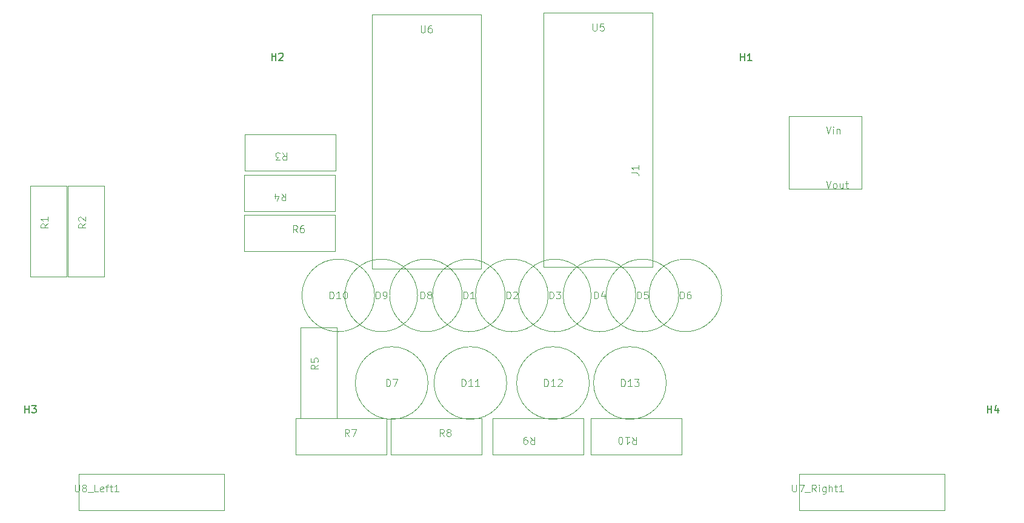
<source format=gbr>
%TF.GenerationSoftware,KiCad,Pcbnew,8.0.1*%
%TF.CreationDate,2024-04-15T10:29:33-04:00*%
%TF.ProjectId,Baja Dashboard Schematic Part 2,42616a61-2044-4617-9368-626f61726420,rev?*%
%TF.SameCoordinates,Original*%
%TF.FileFunction,Legend,Top*%
%TF.FilePolarity,Positive*%
%FSLAX46Y46*%
G04 Gerber Fmt 4.6, Leading zero omitted, Abs format (unit mm)*
G04 Created by KiCad (PCBNEW 8.0.1) date 2024-04-15 10:29:33*
%MOMM*%
%LPD*%
G01*
G04 APERTURE LIST*
%ADD10C,0.100000*%
%ADD11C,0.150000*%
G04 APERTURE END LIST*
D10*
X162781905Y-111957419D02*
X162781905Y-110957419D01*
X162781905Y-110957419D02*
X163020000Y-110957419D01*
X163020000Y-110957419D02*
X163162857Y-111005038D01*
X163162857Y-111005038D02*
X163258095Y-111100276D01*
X163258095Y-111100276D02*
X163305714Y-111195514D01*
X163305714Y-111195514D02*
X163353333Y-111385990D01*
X163353333Y-111385990D02*
X163353333Y-111528847D01*
X163353333Y-111528847D02*
X163305714Y-111719323D01*
X163305714Y-111719323D02*
X163258095Y-111814561D01*
X163258095Y-111814561D02*
X163162857Y-111909800D01*
X163162857Y-111909800D02*
X163020000Y-111957419D01*
X163020000Y-111957419D02*
X162781905Y-111957419D01*
X164210476Y-111290752D02*
X164210476Y-111957419D01*
X163972381Y-110909800D02*
X163734286Y-111624085D01*
X163734286Y-111624085D02*
X164353333Y-111624085D01*
X150531905Y-111957419D02*
X150531905Y-110957419D01*
X150531905Y-110957419D02*
X150770000Y-110957419D01*
X150770000Y-110957419D02*
X150912857Y-111005038D01*
X150912857Y-111005038D02*
X151008095Y-111100276D01*
X151008095Y-111100276D02*
X151055714Y-111195514D01*
X151055714Y-111195514D02*
X151103333Y-111385990D01*
X151103333Y-111385990D02*
X151103333Y-111528847D01*
X151103333Y-111528847D02*
X151055714Y-111719323D01*
X151055714Y-111719323D02*
X151008095Y-111814561D01*
X151008095Y-111814561D02*
X150912857Y-111909800D01*
X150912857Y-111909800D02*
X150770000Y-111957419D01*
X150770000Y-111957419D02*
X150531905Y-111957419D01*
X151484286Y-111052657D02*
X151531905Y-111005038D01*
X151531905Y-111005038D02*
X151627143Y-110957419D01*
X151627143Y-110957419D02*
X151865238Y-110957419D01*
X151865238Y-110957419D02*
X151960476Y-111005038D01*
X151960476Y-111005038D02*
X152008095Y-111052657D01*
X152008095Y-111052657D02*
X152055714Y-111147895D01*
X152055714Y-111147895D02*
X152055714Y-111243133D01*
X152055714Y-111243133D02*
X152008095Y-111385990D01*
X152008095Y-111385990D02*
X151436667Y-111957419D01*
X151436667Y-111957419D02*
X152055714Y-111957419D01*
X168062857Y-131292580D02*
X168396190Y-131768771D01*
X168634285Y-131292580D02*
X168634285Y-132292580D01*
X168634285Y-132292580D02*
X168253333Y-132292580D01*
X168253333Y-132292580D02*
X168158095Y-132244961D01*
X168158095Y-132244961D02*
X168110476Y-132197342D01*
X168110476Y-132197342D02*
X168062857Y-132102104D01*
X168062857Y-132102104D02*
X168062857Y-131959247D01*
X168062857Y-131959247D02*
X168110476Y-131864009D01*
X168110476Y-131864009D02*
X168158095Y-131816390D01*
X168158095Y-131816390D02*
X168253333Y-131768771D01*
X168253333Y-131768771D02*
X168634285Y-131768771D01*
X167110476Y-131292580D02*
X167681904Y-131292580D01*
X167396190Y-131292580D02*
X167396190Y-132292580D01*
X167396190Y-132292580D02*
X167491428Y-132149723D01*
X167491428Y-132149723D02*
X167586666Y-132054485D01*
X167586666Y-132054485D02*
X167681904Y-132006866D01*
X166491428Y-132292580D02*
X166396190Y-132292580D01*
X166396190Y-132292580D02*
X166300952Y-132244961D01*
X166300952Y-132244961D02*
X166253333Y-132197342D01*
X166253333Y-132197342D02*
X166205714Y-132102104D01*
X166205714Y-132102104D02*
X166158095Y-131911628D01*
X166158095Y-131911628D02*
X166158095Y-131673533D01*
X166158095Y-131673533D02*
X166205714Y-131483057D01*
X166205714Y-131483057D02*
X166253333Y-131387819D01*
X166253333Y-131387819D02*
X166300952Y-131340200D01*
X166300952Y-131340200D02*
X166396190Y-131292580D01*
X166396190Y-131292580D02*
X166491428Y-131292580D01*
X166491428Y-131292580D02*
X166586666Y-131340200D01*
X166586666Y-131340200D02*
X166634285Y-131387819D01*
X166634285Y-131387819D02*
X166681904Y-131483057D01*
X166681904Y-131483057D02*
X166729523Y-131673533D01*
X166729523Y-131673533D02*
X166729523Y-131911628D01*
X166729523Y-131911628D02*
X166681904Y-132102104D01*
X166681904Y-132102104D02*
X166634285Y-132197342D01*
X166634285Y-132197342D02*
X166586666Y-132244961D01*
X166586666Y-132244961D02*
X166491428Y-132292580D01*
X195201027Y-87872419D02*
X195534360Y-88872419D01*
X195534360Y-88872419D02*
X195867693Y-87872419D01*
X196201027Y-88872419D02*
X196201027Y-88205752D01*
X196201027Y-87872419D02*
X196153408Y-87920038D01*
X196153408Y-87920038D02*
X196201027Y-87967657D01*
X196201027Y-87967657D02*
X196248646Y-87920038D01*
X196248646Y-87920038D02*
X196201027Y-87872419D01*
X196201027Y-87872419D02*
X196201027Y-87967657D01*
X196677217Y-88205752D02*
X196677217Y-88872419D01*
X196677217Y-88300990D02*
X196724836Y-88253371D01*
X196724836Y-88253371D02*
X196820074Y-88205752D01*
X196820074Y-88205752D02*
X196962931Y-88205752D01*
X196962931Y-88205752D02*
X197058169Y-88253371D01*
X197058169Y-88253371D02*
X197105788Y-88348609D01*
X197105788Y-88348609D02*
X197105788Y-88872419D01*
X195201027Y-95492419D02*
X195534360Y-96492419D01*
X195534360Y-96492419D02*
X195867693Y-95492419D01*
X196343884Y-96492419D02*
X196248646Y-96444800D01*
X196248646Y-96444800D02*
X196201027Y-96397180D01*
X196201027Y-96397180D02*
X196153408Y-96301942D01*
X196153408Y-96301942D02*
X196153408Y-96016228D01*
X196153408Y-96016228D02*
X196201027Y-95920990D01*
X196201027Y-95920990D02*
X196248646Y-95873371D01*
X196248646Y-95873371D02*
X196343884Y-95825752D01*
X196343884Y-95825752D02*
X196486741Y-95825752D01*
X196486741Y-95825752D02*
X196581979Y-95873371D01*
X196581979Y-95873371D02*
X196629598Y-95920990D01*
X196629598Y-95920990D02*
X196677217Y-96016228D01*
X196677217Y-96016228D02*
X196677217Y-96301942D01*
X196677217Y-96301942D02*
X196629598Y-96397180D01*
X196629598Y-96397180D02*
X196581979Y-96444800D01*
X196581979Y-96444800D02*
X196486741Y-96492419D01*
X196486741Y-96492419D02*
X196343884Y-96492419D01*
X197534360Y-95825752D02*
X197534360Y-96492419D01*
X197105789Y-95825752D02*
X197105789Y-96349561D01*
X197105789Y-96349561D02*
X197153408Y-96444800D01*
X197153408Y-96444800D02*
X197248646Y-96492419D01*
X197248646Y-96492419D02*
X197391503Y-96492419D01*
X197391503Y-96492419D02*
X197486741Y-96444800D01*
X197486741Y-96444800D02*
X197534360Y-96397180D01*
X197867694Y-95825752D02*
X198248646Y-95825752D01*
X198010551Y-95492419D02*
X198010551Y-96349561D01*
X198010551Y-96349561D02*
X198058170Y-96444800D01*
X198058170Y-96444800D02*
X198153408Y-96492419D01*
X198153408Y-96492419D02*
X198248646Y-96492419D01*
X144531905Y-111957419D02*
X144531905Y-110957419D01*
X144531905Y-110957419D02*
X144770000Y-110957419D01*
X144770000Y-110957419D02*
X144912857Y-111005038D01*
X144912857Y-111005038D02*
X145008095Y-111100276D01*
X145008095Y-111100276D02*
X145055714Y-111195514D01*
X145055714Y-111195514D02*
X145103333Y-111385990D01*
X145103333Y-111385990D02*
X145103333Y-111528847D01*
X145103333Y-111528847D02*
X145055714Y-111719323D01*
X145055714Y-111719323D02*
X145008095Y-111814561D01*
X145008095Y-111814561D02*
X144912857Y-111909800D01*
X144912857Y-111909800D02*
X144770000Y-111957419D01*
X144770000Y-111957419D02*
X144531905Y-111957419D01*
X146055714Y-111957419D02*
X145484286Y-111957419D01*
X145770000Y-111957419D02*
X145770000Y-110957419D01*
X145770000Y-110957419D02*
X145674762Y-111100276D01*
X145674762Y-111100276D02*
X145579524Y-111195514D01*
X145579524Y-111195514D02*
X145484286Y-111243133D01*
X124207419Y-121206666D02*
X123731228Y-121539999D01*
X124207419Y-121778094D02*
X123207419Y-121778094D01*
X123207419Y-121778094D02*
X123207419Y-121397142D01*
X123207419Y-121397142D02*
X123255038Y-121301904D01*
X123255038Y-121301904D02*
X123302657Y-121254285D01*
X123302657Y-121254285D02*
X123397895Y-121206666D01*
X123397895Y-121206666D02*
X123540752Y-121206666D01*
X123540752Y-121206666D02*
X123635990Y-121254285D01*
X123635990Y-121254285D02*
X123683609Y-121301904D01*
X123683609Y-121301904D02*
X123731228Y-121397142D01*
X123731228Y-121397142D02*
X123731228Y-121778094D01*
X123207419Y-120301904D02*
X123207419Y-120778094D01*
X123207419Y-120778094D02*
X123683609Y-120825713D01*
X123683609Y-120825713D02*
X123635990Y-120778094D01*
X123635990Y-120778094D02*
X123588371Y-120682856D01*
X123588371Y-120682856D02*
X123588371Y-120444761D01*
X123588371Y-120444761D02*
X123635990Y-120349523D01*
X123635990Y-120349523D02*
X123683609Y-120301904D01*
X123683609Y-120301904D02*
X123778847Y-120254285D01*
X123778847Y-120254285D02*
X124016942Y-120254285D01*
X124016942Y-120254285D02*
X124112180Y-120301904D01*
X124112180Y-120301904D02*
X124159800Y-120349523D01*
X124159800Y-120349523D02*
X124207419Y-120444761D01*
X124207419Y-120444761D02*
X124207419Y-120682856D01*
X124207419Y-120682856D02*
X124159800Y-120778094D01*
X124159800Y-120778094D02*
X124112180Y-120825713D01*
X174781905Y-111957419D02*
X174781905Y-110957419D01*
X174781905Y-110957419D02*
X175020000Y-110957419D01*
X175020000Y-110957419D02*
X175162857Y-111005038D01*
X175162857Y-111005038D02*
X175258095Y-111100276D01*
X175258095Y-111100276D02*
X175305714Y-111195514D01*
X175305714Y-111195514D02*
X175353333Y-111385990D01*
X175353333Y-111385990D02*
X175353333Y-111528847D01*
X175353333Y-111528847D02*
X175305714Y-111719323D01*
X175305714Y-111719323D02*
X175258095Y-111814561D01*
X175258095Y-111814561D02*
X175162857Y-111909800D01*
X175162857Y-111909800D02*
X175020000Y-111957419D01*
X175020000Y-111957419D02*
X174781905Y-111957419D01*
X176210476Y-110957419D02*
X176020000Y-110957419D01*
X176020000Y-110957419D02*
X175924762Y-111005038D01*
X175924762Y-111005038D02*
X175877143Y-111052657D01*
X175877143Y-111052657D02*
X175781905Y-111195514D01*
X175781905Y-111195514D02*
X175734286Y-111385990D01*
X175734286Y-111385990D02*
X175734286Y-111766942D01*
X175734286Y-111766942D02*
X175781905Y-111862180D01*
X175781905Y-111862180D02*
X175829524Y-111909800D01*
X175829524Y-111909800D02*
X175924762Y-111957419D01*
X175924762Y-111957419D02*
X176115238Y-111957419D01*
X176115238Y-111957419D02*
X176210476Y-111909800D01*
X176210476Y-111909800D02*
X176258095Y-111862180D01*
X176258095Y-111862180D02*
X176305714Y-111766942D01*
X176305714Y-111766942D02*
X176305714Y-111528847D01*
X176305714Y-111528847D02*
X176258095Y-111433609D01*
X176258095Y-111433609D02*
X176210476Y-111385990D01*
X176210476Y-111385990D02*
X176115238Y-111338371D01*
X176115238Y-111338371D02*
X175924762Y-111338371D01*
X175924762Y-111338371D02*
X175829524Y-111385990D01*
X175829524Y-111385990D02*
X175781905Y-111433609D01*
X175781905Y-111433609D02*
X175734286Y-111528847D01*
X166555714Y-124207419D02*
X166555714Y-123207419D01*
X166555714Y-123207419D02*
X166793809Y-123207419D01*
X166793809Y-123207419D02*
X166936666Y-123255038D01*
X166936666Y-123255038D02*
X167031904Y-123350276D01*
X167031904Y-123350276D02*
X167079523Y-123445514D01*
X167079523Y-123445514D02*
X167127142Y-123635990D01*
X167127142Y-123635990D02*
X167127142Y-123778847D01*
X167127142Y-123778847D02*
X167079523Y-123969323D01*
X167079523Y-123969323D02*
X167031904Y-124064561D01*
X167031904Y-124064561D02*
X166936666Y-124159800D01*
X166936666Y-124159800D02*
X166793809Y-124207419D01*
X166793809Y-124207419D02*
X166555714Y-124207419D01*
X168079523Y-124207419D02*
X167508095Y-124207419D01*
X167793809Y-124207419D02*
X167793809Y-123207419D01*
X167793809Y-123207419D02*
X167698571Y-123350276D01*
X167698571Y-123350276D02*
X167603333Y-123445514D01*
X167603333Y-123445514D02*
X167508095Y-123493133D01*
X168412857Y-123207419D02*
X169031904Y-123207419D01*
X169031904Y-123207419D02*
X168698571Y-123588371D01*
X168698571Y-123588371D02*
X168841428Y-123588371D01*
X168841428Y-123588371D02*
X168936666Y-123635990D01*
X168936666Y-123635990D02*
X168984285Y-123683609D01*
X168984285Y-123683609D02*
X169031904Y-123778847D01*
X169031904Y-123778847D02*
X169031904Y-124016942D01*
X169031904Y-124016942D02*
X168984285Y-124112180D01*
X168984285Y-124112180D02*
X168936666Y-124159800D01*
X168936666Y-124159800D02*
X168841428Y-124207419D01*
X168841428Y-124207419D02*
X168555714Y-124207419D01*
X168555714Y-124207419D02*
X168460476Y-124159800D01*
X168460476Y-124159800D02*
X168412857Y-124112180D01*
X132281905Y-111957419D02*
X132281905Y-110957419D01*
X132281905Y-110957419D02*
X132520000Y-110957419D01*
X132520000Y-110957419D02*
X132662857Y-111005038D01*
X132662857Y-111005038D02*
X132758095Y-111100276D01*
X132758095Y-111100276D02*
X132805714Y-111195514D01*
X132805714Y-111195514D02*
X132853333Y-111385990D01*
X132853333Y-111385990D02*
X132853333Y-111528847D01*
X132853333Y-111528847D02*
X132805714Y-111719323D01*
X132805714Y-111719323D02*
X132758095Y-111814561D01*
X132758095Y-111814561D02*
X132662857Y-111909800D01*
X132662857Y-111909800D02*
X132520000Y-111957419D01*
X132520000Y-111957419D02*
X132281905Y-111957419D01*
X133329524Y-111957419D02*
X133520000Y-111957419D01*
X133520000Y-111957419D02*
X133615238Y-111909800D01*
X133615238Y-111909800D02*
X133662857Y-111862180D01*
X133662857Y-111862180D02*
X133758095Y-111719323D01*
X133758095Y-111719323D02*
X133805714Y-111528847D01*
X133805714Y-111528847D02*
X133805714Y-111147895D01*
X133805714Y-111147895D02*
X133758095Y-111052657D01*
X133758095Y-111052657D02*
X133710476Y-111005038D01*
X133710476Y-111005038D02*
X133615238Y-110957419D01*
X133615238Y-110957419D02*
X133424762Y-110957419D01*
X133424762Y-110957419D02*
X133329524Y-111005038D01*
X133329524Y-111005038D02*
X133281905Y-111052657D01*
X133281905Y-111052657D02*
X133234286Y-111147895D01*
X133234286Y-111147895D02*
X133234286Y-111385990D01*
X133234286Y-111385990D02*
X133281905Y-111481228D01*
X133281905Y-111481228D02*
X133329524Y-111528847D01*
X133329524Y-111528847D02*
X133424762Y-111576466D01*
X133424762Y-111576466D02*
X133615238Y-111576466D01*
X133615238Y-111576466D02*
X133710476Y-111528847D01*
X133710476Y-111528847D02*
X133758095Y-111481228D01*
X133758095Y-111481228D02*
X133805714Y-111385990D01*
X91707419Y-101456666D02*
X91231228Y-101789999D01*
X91707419Y-102028094D02*
X90707419Y-102028094D01*
X90707419Y-102028094D02*
X90707419Y-101647142D01*
X90707419Y-101647142D02*
X90755038Y-101551904D01*
X90755038Y-101551904D02*
X90802657Y-101504285D01*
X90802657Y-101504285D02*
X90897895Y-101456666D01*
X90897895Y-101456666D02*
X91040752Y-101456666D01*
X91040752Y-101456666D02*
X91135990Y-101504285D01*
X91135990Y-101504285D02*
X91183609Y-101551904D01*
X91183609Y-101551904D02*
X91231228Y-101647142D01*
X91231228Y-101647142D02*
X91231228Y-102028094D01*
X90802657Y-101075713D02*
X90755038Y-101028094D01*
X90755038Y-101028094D02*
X90707419Y-100932856D01*
X90707419Y-100932856D02*
X90707419Y-100694761D01*
X90707419Y-100694761D02*
X90755038Y-100599523D01*
X90755038Y-100599523D02*
X90802657Y-100551904D01*
X90802657Y-100551904D02*
X90897895Y-100504285D01*
X90897895Y-100504285D02*
X90993133Y-100504285D01*
X90993133Y-100504285D02*
X91135990Y-100551904D01*
X91135990Y-100551904D02*
X91707419Y-101123332D01*
X91707419Y-101123332D02*
X91707419Y-100504285D01*
X162568095Y-73477419D02*
X162568095Y-74286942D01*
X162568095Y-74286942D02*
X162615714Y-74382180D01*
X162615714Y-74382180D02*
X162663333Y-74429800D01*
X162663333Y-74429800D02*
X162758571Y-74477419D01*
X162758571Y-74477419D02*
X162949047Y-74477419D01*
X162949047Y-74477419D02*
X163044285Y-74429800D01*
X163044285Y-74429800D02*
X163091904Y-74382180D01*
X163091904Y-74382180D02*
X163139523Y-74286942D01*
X163139523Y-74286942D02*
X163139523Y-73477419D01*
X164091904Y-73477419D02*
X163615714Y-73477419D01*
X163615714Y-73477419D02*
X163568095Y-73953609D01*
X163568095Y-73953609D02*
X163615714Y-73905990D01*
X163615714Y-73905990D02*
X163710952Y-73858371D01*
X163710952Y-73858371D02*
X163949047Y-73858371D01*
X163949047Y-73858371D02*
X164044285Y-73905990D01*
X164044285Y-73905990D02*
X164091904Y-73953609D01*
X164091904Y-73953609D02*
X164139523Y-74048847D01*
X164139523Y-74048847D02*
X164139523Y-74286942D01*
X164139523Y-74286942D02*
X164091904Y-74382180D01*
X164091904Y-74382180D02*
X164044285Y-74429800D01*
X164044285Y-74429800D02*
X163949047Y-74477419D01*
X163949047Y-74477419D02*
X163710952Y-74477419D01*
X163710952Y-74477419D02*
X163615714Y-74429800D01*
X163615714Y-74429800D02*
X163568095Y-74382180D01*
X156531905Y-111957419D02*
X156531905Y-110957419D01*
X156531905Y-110957419D02*
X156770000Y-110957419D01*
X156770000Y-110957419D02*
X156912857Y-111005038D01*
X156912857Y-111005038D02*
X157008095Y-111100276D01*
X157008095Y-111100276D02*
X157055714Y-111195514D01*
X157055714Y-111195514D02*
X157103333Y-111385990D01*
X157103333Y-111385990D02*
X157103333Y-111528847D01*
X157103333Y-111528847D02*
X157055714Y-111719323D01*
X157055714Y-111719323D02*
X157008095Y-111814561D01*
X157008095Y-111814561D02*
X156912857Y-111909800D01*
X156912857Y-111909800D02*
X156770000Y-111957419D01*
X156770000Y-111957419D02*
X156531905Y-111957419D01*
X157436667Y-110957419D02*
X158055714Y-110957419D01*
X158055714Y-110957419D02*
X157722381Y-111338371D01*
X157722381Y-111338371D02*
X157865238Y-111338371D01*
X157865238Y-111338371D02*
X157960476Y-111385990D01*
X157960476Y-111385990D02*
X158008095Y-111433609D01*
X158008095Y-111433609D02*
X158055714Y-111528847D01*
X158055714Y-111528847D02*
X158055714Y-111766942D01*
X158055714Y-111766942D02*
X158008095Y-111862180D01*
X158008095Y-111862180D02*
X157960476Y-111909800D01*
X157960476Y-111909800D02*
X157865238Y-111957419D01*
X157865238Y-111957419D02*
X157579524Y-111957419D01*
X157579524Y-111957419D02*
X157484286Y-111909800D01*
X157484286Y-111909800D02*
X157436667Y-111862180D01*
X119206666Y-91542580D02*
X119539999Y-92018771D01*
X119778094Y-91542580D02*
X119778094Y-92542580D01*
X119778094Y-92542580D02*
X119397142Y-92542580D01*
X119397142Y-92542580D02*
X119301904Y-92494961D01*
X119301904Y-92494961D02*
X119254285Y-92447342D01*
X119254285Y-92447342D02*
X119206666Y-92352104D01*
X119206666Y-92352104D02*
X119206666Y-92209247D01*
X119206666Y-92209247D02*
X119254285Y-92114009D01*
X119254285Y-92114009D02*
X119301904Y-92066390D01*
X119301904Y-92066390D02*
X119397142Y-92018771D01*
X119397142Y-92018771D02*
X119778094Y-92018771D01*
X118873332Y-92542580D02*
X118254285Y-92542580D01*
X118254285Y-92542580D02*
X118587618Y-92161628D01*
X118587618Y-92161628D02*
X118444761Y-92161628D01*
X118444761Y-92161628D02*
X118349523Y-92114009D01*
X118349523Y-92114009D02*
X118301904Y-92066390D01*
X118301904Y-92066390D02*
X118254285Y-91971152D01*
X118254285Y-91971152D02*
X118254285Y-91733057D01*
X118254285Y-91733057D02*
X118301904Y-91637819D01*
X118301904Y-91637819D02*
X118349523Y-91590200D01*
X118349523Y-91590200D02*
X118444761Y-91542580D01*
X118444761Y-91542580D02*
X118730475Y-91542580D01*
X118730475Y-91542580D02*
X118825713Y-91590200D01*
X118825713Y-91590200D02*
X118873332Y-91637819D01*
D11*
X183238095Y-78654819D02*
X183238095Y-77654819D01*
X183238095Y-78131009D02*
X183809523Y-78131009D01*
X183809523Y-78654819D02*
X183809523Y-77654819D01*
X184809523Y-78654819D02*
X184238095Y-78654819D01*
X184523809Y-78654819D02*
X184523809Y-77654819D01*
X184523809Y-77654819D02*
X184428571Y-77797676D01*
X184428571Y-77797676D02*
X184333333Y-77892914D01*
X184333333Y-77892914D02*
X184238095Y-77940533D01*
D10*
X86457419Y-101456666D02*
X85981228Y-101789999D01*
X86457419Y-102028094D02*
X85457419Y-102028094D01*
X85457419Y-102028094D02*
X85457419Y-101647142D01*
X85457419Y-101647142D02*
X85505038Y-101551904D01*
X85505038Y-101551904D02*
X85552657Y-101504285D01*
X85552657Y-101504285D02*
X85647895Y-101456666D01*
X85647895Y-101456666D02*
X85790752Y-101456666D01*
X85790752Y-101456666D02*
X85885990Y-101504285D01*
X85885990Y-101504285D02*
X85933609Y-101551904D01*
X85933609Y-101551904D02*
X85981228Y-101647142D01*
X85981228Y-101647142D02*
X85981228Y-102028094D01*
X86457419Y-100504285D02*
X86457419Y-101075713D01*
X86457419Y-100789999D02*
X85457419Y-100789999D01*
X85457419Y-100789999D02*
X85600276Y-100885237D01*
X85600276Y-100885237D02*
X85695514Y-100980475D01*
X85695514Y-100980475D02*
X85743133Y-101075713D01*
X155805714Y-124207419D02*
X155805714Y-123207419D01*
X155805714Y-123207419D02*
X156043809Y-123207419D01*
X156043809Y-123207419D02*
X156186666Y-123255038D01*
X156186666Y-123255038D02*
X156281904Y-123350276D01*
X156281904Y-123350276D02*
X156329523Y-123445514D01*
X156329523Y-123445514D02*
X156377142Y-123635990D01*
X156377142Y-123635990D02*
X156377142Y-123778847D01*
X156377142Y-123778847D02*
X156329523Y-123969323D01*
X156329523Y-123969323D02*
X156281904Y-124064561D01*
X156281904Y-124064561D02*
X156186666Y-124159800D01*
X156186666Y-124159800D02*
X156043809Y-124207419D01*
X156043809Y-124207419D02*
X155805714Y-124207419D01*
X157329523Y-124207419D02*
X156758095Y-124207419D01*
X157043809Y-124207419D02*
X157043809Y-123207419D01*
X157043809Y-123207419D02*
X156948571Y-123350276D01*
X156948571Y-123350276D02*
X156853333Y-123445514D01*
X156853333Y-123445514D02*
X156758095Y-123493133D01*
X157710476Y-123302657D02*
X157758095Y-123255038D01*
X157758095Y-123255038D02*
X157853333Y-123207419D01*
X157853333Y-123207419D02*
X158091428Y-123207419D01*
X158091428Y-123207419D02*
X158186666Y-123255038D01*
X158186666Y-123255038D02*
X158234285Y-123302657D01*
X158234285Y-123302657D02*
X158281904Y-123397895D01*
X158281904Y-123397895D02*
X158281904Y-123493133D01*
X158281904Y-123493133D02*
X158234285Y-123635990D01*
X158234285Y-123635990D02*
X157662857Y-124207419D01*
X157662857Y-124207419D02*
X158281904Y-124207419D01*
X144265714Y-124207419D02*
X144265714Y-123207419D01*
X144265714Y-123207419D02*
X144503809Y-123207419D01*
X144503809Y-123207419D02*
X144646666Y-123255038D01*
X144646666Y-123255038D02*
X144741904Y-123350276D01*
X144741904Y-123350276D02*
X144789523Y-123445514D01*
X144789523Y-123445514D02*
X144837142Y-123635990D01*
X144837142Y-123635990D02*
X144837142Y-123778847D01*
X144837142Y-123778847D02*
X144789523Y-123969323D01*
X144789523Y-123969323D02*
X144741904Y-124064561D01*
X144741904Y-124064561D02*
X144646666Y-124159800D01*
X144646666Y-124159800D02*
X144503809Y-124207419D01*
X144503809Y-124207419D02*
X144265714Y-124207419D01*
X145789523Y-124207419D02*
X145218095Y-124207419D01*
X145503809Y-124207419D02*
X145503809Y-123207419D01*
X145503809Y-123207419D02*
X145408571Y-123350276D01*
X145408571Y-123350276D02*
X145313333Y-123445514D01*
X145313333Y-123445514D02*
X145218095Y-123493133D01*
X146741904Y-124207419D02*
X146170476Y-124207419D01*
X146456190Y-124207419D02*
X146456190Y-123207419D01*
X146456190Y-123207419D02*
X146360952Y-123350276D01*
X146360952Y-123350276D02*
X146265714Y-123445514D01*
X146265714Y-123445514D02*
X146170476Y-123493133D01*
X119086666Y-97242580D02*
X119419999Y-97718771D01*
X119658094Y-97242580D02*
X119658094Y-98242580D01*
X119658094Y-98242580D02*
X119277142Y-98242580D01*
X119277142Y-98242580D02*
X119181904Y-98194961D01*
X119181904Y-98194961D02*
X119134285Y-98147342D01*
X119134285Y-98147342D02*
X119086666Y-98052104D01*
X119086666Y-98052104D02*
X119086666Y-97909247D01*
X119086666Y-97909247D02*
X119134285Y-97814009D01*
X119134285Y-97814009D02*
X119181904Y-97766390D01*
X119181904Y-97766390D02*
X119277142Y-97718771D01*
X119277142Y-97718771D02*
X119658094Y-97718771D01*
X118229523Y-97909247D02*
X118229523Y-97242580D01*
X118467618Y-98290200D02*
X118705713Y-97575914D01*
X118705713Y-97575914D02*
X118086666Y-97575914D01*
X138531905Y-111957419D02*
X138531905Y-110957419D01*
X138531905Y-110957419D02*
X138770000Y-110957419D01*
X138770000Y-110957419D02*
X138912857Y-111005038D01*
X138912857Y-111005038D02*
X139008095Y-111100276D01*
X139008095Y-111100276D02*
X139055714Y-111195514D01*
X139055714Y-111195514D02*
X139103333Y-111385990D01*
X139103333Y-111385990D02*
X139103333Y-111528847D01*
X139103333Y-111528847D02*
X139055714Y-111719323D01*
X139055714Y-111719323D02*
X139008095Y-111814561D01*
X139008095Y-111814561D02*
X138912857Y-111909800D01*
X138912857Y-111909800D02*
X138770000Y-111957419D01*
X138770000Y-111957419D02*
X138531905Y-111957419D01*
X139674762Y-111385990D02*
X139579524Y-111338371D01*
X139579524Y-111338371D02*
X139531905Y-111290752D01*
X139531905Y-111290752D02*
X139484286Y-111195514D01*
X139484286Y-111195514D02*
X139484286Y-111147895D01*
X139484286Y-111147895D02*
X139531905Y-111052657D01*
X139531905Y-111052657D02*
X139579524Y-111005038D01*
X139579524Y-111005038D02*
X139674762Y-110957419D01*
X139674762Y-110957419D02*
X139865238Y-110957419D01*
X139865238Y-110957419D02*
X139960476Y-111005038D01*
X139960476Y-111005038D02*
X140008095Y-111052657D01*
X140008095Y-111052657D02*
X140055714Y-111147895D01*
X140055714Y-111147895D02*
X140055714Y-111195514D01*
X140055714Y-111195514D02*
X140008095Y-111290752D01*
X140008095Y-111290752D02*
X139960476Y-111338371D01*
X139960476Y-111338371D02*
X139865238Y-111385990D01*
X139865238Y-111385990D02*
X139674762Y-111385990D01*
X139674762Y-111385990D02*
X139579524Y-111433609D01*
X139579524Y-111433609D02*
X139531905Y-111481228D01*
X139531905Y-111481228D02*
X139484286Y-111576466D01*
X139484286Y-111576466D02*
X139484286Y-111766942D01*
X139484286Y-111766942D02*
X139531905Y-111862180D01*
X139531905Y-111862180D02*
X139579524Y-111909800D01*
X139579524Y-111909800D02*
X139674762Y-111957419D01*
X139674762Y-111957419D02*
X139865238Y-111957419D01*
X139865238Y-111957419D02*
X139960476Y-111909800D01*
X139960476Y-111909800D02*
X140008095Y-111862180D01*
X140008095Y-111862180D02*
X140055714Y-111766942D01*
X140055714Y-111766942D02*
X140055714Y-111576466D01*
X140055714Y-111576466D02*
X140008095Y-111481228D01*
X140008095Y-111481228D02*
X139960476Y-111433609D01*
X139960476Y-111433609D02*
X139865238Y-111385990D01*
X133741905Y-124207419D02*
X133741905Y-123207419D01*
X133741905Y-123207419D02*
X133980000Y-123207419D01*
X133980000Y-123207419D02*
X134122857Y-123255038D01*
X134122857Y-123255038D02*
X134218095Y-123350276D01*
X134218095Y-123350276D02*
X134265714Y-123445514D01*
X134265714Y-123445514D02*
X134313333Y-123635990D01*
X134313333Y-123635990D02*
X134313333Y-123778847D01*
X134313333Y-123778847D02*
X134265714Y-123969323D01*
X134265714Y-123969323D02*
X134218095Y-124064561D01*
X134218095Y-124064561D02*
X134122857Y-124159800D01*
X134122857Y-124159800D02*
X133980000Y-124207419D01*
X133980000Y-124207419D02*
X133741905Y-124207419D01*
X134646667Y-123207419D02*
X135313333Y-123207419D01*
X135313333Y-123207419D02*
X134884762Y-124207419D01*
X138568095Y-73727419D02*
X138568095Y-74536942D01*
X138568095Y-74536942D02*
X138615714Y-74632180D01*
X138615714Y-74632180D02*
X138663333Y-74679800D01*
X138663333Y-74679800D02*
X138758571Y-74727419D01*
X138758571Y-74727419D02*
X138949047Y-74727419D01*
X138949047Y-74727419D02*
X139044285Y-74679800D01*
X139044285Y-74679800D02*
X139091904Y-74632180D01*
X139091904Y-74632180D02*
X139139523Y-74536942D01*
X139139523Y-74536942D02*
X139139523Y-73727419D01*
X140044285Y-73727419D02*
X139853809Y-73727419D01*
X139853809Y-73727419D02*
X139758571Y-73775038D01*
X139758571Y-73775038D02*
X139710952Y-73822657D01*
X139710952Y-73822657D02*
X139615714Y-73965514D01*
X139615714Y-73965514D02*
X139568095Y-74155990D01*
X139568095Y-74155990D02*
X139568095Y-74536942D01*
X139568095Y-74536942D02*
X139615714Y-74632180D01*
X139615714Y-74632180D02*
X139663333Y-74679800D01*
X139663333Y-74679800D02*
X139758571Y-74727419D01*
X139758571Y-74727419D02*
X139949047Y-74727419D01*
X139949047Y-74727419D02*
X140044285Y-74679800D01*
X140044285Y-74679800D02*
X140091904Y-74632180D01*
X140091904Y-74632180D02*
X140139523Y-74536942D01*
X140139523Y-74536942D02*
X140139523Y-74298847D01*
X140139523Y-74298847D02*
X140091904Y-74203609D01*
X140091904Y-74203609D02*
X140044285Y-74155990D01*
X140044285Y-74155990D02*
X139949047Y-74108371D01*
X139949047Y-74108371D02*
X139758571Y-74108371D01*
X139758571Y-74108371D02*
X139663333Y-74155990D01*
X139663333Y-74155990D02*
X139615714Y-74203609D01*
X139615714Y-74203609D02*
X139568095Y-74298847D01*
X121293333Y-102707419D02*
X120960000Y-102231228D01*
X120721905Y-102707419D02*
X120721905Y-101707419D01*
X120721905Y-101707419D02*
X121102857Y-101707419D01*
X121102857Y-101707419D02*
X121198095Y-101755038D01*
X121198095Y-101755038D02*
X121245714Y-101802657D01*
X121245714Y-101802657D02*
X121293333Y-101897895D01*
X121293333Y-101897895D02*
X121293333Y-102040752D01*
X121293333Y-102040752D02*
X121245714Y-102135990D01*
X121245714Y-102135990D02*
X121198095Y-102183609D01*
X121198095Y-102183609D02*
X121102857Y-102231228D01*
X121102857Y-102231228D02*
X120721905Y-102231228D01*
X122150476Y-101707419D02*
X121960000Y-101707419D01*
X121960000Y-101707419D02*
X121864762Y-101755038D01*
X121864762Y-101755038D02*
X121817143Y-101802657D01*
X121817143Y-101802657D02*
X121721905Y-101945514D01*
X121721905Y-101945514D02*
X121674286Y-102135990D01*
X121674286Y-102135990D02*
X121674286Y-102516942D01*
X121674286Y-102516942D02*
X121721905Y-102612180D01*
X121721905Y-102612180D02*
X121769524Y-102659800D01*
X121769524Y-102659800D02*
X121864762Y-102707419D01*
X121864762Y-102707419D02*
X122055238Y-102707419D01*
X122055238Y-102707419D02*
X122150476Y-102659800D01*
X122150476Y-102659800D02*
X122198095Y-102612180D01*
X122198095Y-102612180D02*
X122245714Y-102516942D01*
X122245714Y-102516942D02*
X122245714Y-102278847D01*
X122245714Y-102278847D02*
X122198095Y-102183609D01*
X122198095Y-102183609D02*
X122150476Y-102135990D01*
X122150476Y-102135990D02*
X122055238Y-102088371D01*
X122055238Y-102088371D02*
X121864762Y-102088371D01*
X121864762Y-102088371D02*
X121769524Y-102135990D01*
X121769524Y-102135990D02*
X121721905Y-102183609D01*
X121721905Y-102183609D02*
X121674286Y-102278847D01*
X90236190Y-137957419D02*
X90236190Y-138766942D01*
X90236190Y-138766942D02*
X90283809Y-138862180D01*
X90283809Y-138862180D02*
X90331428Y-138909800D01*
X90331428Y-138909800D02*
X90426666Y-138957419D01*
X90426666Y-138957419D02*
X90617142Y-138957419D01*
X90617142Y-138957419D02*
X90712380Y-138909800D01*
X90712380Y-138909800D02*
X90759999Y-138862180D01*
X90759999Y-138862180D02*
X90807618Y-138766942D01*
X90807618Y-138766942D02*
X90807618Y-137957419D01*
X91426666Y-138385990D02*
X91331428Y-138338371D01*
X91331428Y-138338371D02*
X91283809Y-138290752D01*
X91283809Y-138290752D02*
X91236190Y-138195514D01*
X91236190Y-138195514D02*
X91236190Y-138147895D01*
X91236190Y-138147895D02*
X91283809Y-138052657D01*
X91283809Y-138052657D02*
X91331428Y-138005038D01*
X91331428Y-138005038D02*
X91426666Y-137957419D01*
X91426666Y-137957419D02*
X91617142Y-137957419D01*
X91617142Y-137957419D02*
X91712380Y-138005038D01*
X91712380Y-138005038D02*
X91759999Y-138052657D01*
X91759999Y-138052657D02*
X91807618Y-138147895D01*
X91807618Y-138147895D02*
X91807618Y-138195514D01*
X91807618Y-138195514D02*
X91759999Y-138290752D01*
X91759999Y-138290752D02*
X91712380Y-138338371D01*
X91712380Y-138338371D02*
X91617142Y-138385990D01*
X91617142Y-138385990D02*
X91426666Y-138385990D01*
X91426666Y-138385990D02*
X91331428Y-138433609D01*
X91331428Y-138433609D02*
X91283809Y-138481228D01*
X91283809Y-138481228D02*
X91236190Y-138576466D01*
X91236190Y-138576466D02*
X91236190Y-138766942D01*
X91236190Y-138766942D02*
X91283809Y-138862180D01*
X91283809Y-138862180D02*
X91331428Y-138909800D01*
X91331428Y-138909800D02*
X91426666Y-138957419D01*
X91426666Y-138957419D02*
X91617142Y-138957419D01*
X91617142Y-138957419D02*
X91712380Y-138909800D01*
X91712380Y-138909800D02*
X91759999Y-138862180D01*
X91759999Y-138862180D02*
X91807618Y-138766942D01*
X91807618Y-138766942D02*
X91807618Y-138576466D01*
X91807618Y-138576466D02*
X91759999Y-138481228D01*
X91759999Y-138481228D02*
X91712380Y-138433609D01*
X91712380Y-138433609D02*
X91617142Y-138385990D01*
X91998095Y-139052657D02*
X92759999Y-139052657D01*
X93474285Y-138957419D02*
X92998095Y-138957419D01*
X92998095Y-138957419D02*
X92998095Y-137957419D01*
X94188571Y-138909800D02*
X94093333Y-138957419D01*
X94093333Y-138957419D02*
X93902857Y-138957419D01*
X93902857Y-138957419D02*
X93807619Y-138909800D01*
X93807619Y-138909800D02*
X93760000Y-138814561D01*
X93760000Y-138814561D02*
X93760000Y-138433609D01*
X93760000Y-138433609D02*
X93807619Y-138338371D01*
X93807619Y-138338371D02*
X93902857Y-138290752D01*
X93902857Y-138290752D02*
X94093333Y-138290752D01*
X94093333Y-138290752D02*
X94188571Y-138338371D01*
X94188571Y-138338371D02*
X94236190Y-138433609D01*
X94236190Y-138433609D02*
X94236190Y-138528847D01*
X94236190Y-138528847D02*
X93760000Y-138624085D01*
X94521905Y-138290752D02*
X94902857Y-138290752D01*
X94664762Y-138957419D02*
X94664762Y-138100276D01*
X94664762Y-138100276D02*
X94712381Y-138005038D01*
X94712381Y-138005038D02*
X94807619Y-137957419D01*
X94807619Y-137957419D02*
X94902857Y-137957419D01*
X95093334Y-138290752D02*
X95474286Y-138290752D01*
X95236191Y-137957419D02*
X95236191Y-138814561D01*
X95236191Y-138814561D02*
X95283810Y-138909800D01*
X95283810Y-138909800D02*
X95379048Y-138957419D01*
X95379048Y-138957419D02*
X95474286Y-138957419D01*
X96331429Y-138957419D02*
X95760001Y-138957419D01*
X96045715Y-138957419D02*
X96045715Y-137957419D01*
X96045715Y-137957419D02*
X95950477Y-138100276D01*
X95950477Y-138100276D02*
X95855239Y-138195514D01*
X95855239Y-138195514D02*
X95760001Y-138243133D01*
X167957419Y-94313333D02*
X168671704Y-94313333D01*
X168671704Y-94313333D02*
X168814561Y-94360952D01*
X168814561Y-94360952D02*
X168909800Y-94456190D01*
X168909800Y-94456190D02*
X168957419Y-94599047D01*
X168957419Y-94599047D02*
X168957419Y-94694285D01*
X168957419Y-93313333D02*
X168957419Y-93884761D01*
X168957419Y-93599047D02*
X167957419Y-93599047D01*
X167957419Y-93599047D02*
X168100276Y-93694285D01*
X168100276Y-93694285D02*
X168195514Y-93789523D01*
X168195514Y-93789523D02*
X168243133Y-93884761D01*
X153836666Y-131292580D02*
X154169999Y-131768771D01*
X154408094Y-131292580D02*
X154408094Y-132292580D01*
X154408094Y-132292580D02*
X154027142Y-132292580D01*
X154027142Y-132292580D02*
X153931904Y-132244961D01*
X153931904Y-132244961D02*
X153884285Y-132197342D01*
X153884285Y-132197342D02*
X153836666Y-132102104D01*
X153836666Y-132102104D02*
X153836666Y-131959247D01*
X153836666Y-131959247D02*
X153884285Y-131864009D01*
X153884285Y-131864009D02*
X153931904Y-131816390D01*
X153931904Y-131816390D02*
X154027142Y-131768771D01*
X154027142Y-131768771D02*
X154408094Y-131768771D01*
X153360475Y-131292580D02*
X153169999Y-131292580D01*
X153169999Y-131292580D02*
X153074761Y-131340200D01*
X153074761Y-131340200D02*
X153027142Y-131387819D01*
X153027142Y-131387819D02*
X152931904Y-131530676D01*
X152931904Y-131530676D02*
X152884285Y-131721152D01*
X152884285Y-131721152D02*
X152884285Y-132102104D01*
X152884285Y-132102104D02*
X152931904Y-132197342D01*
X152931904Y-132197342D02*
X152979523Y-132244961D01*
X152979523Y-132244961D02*
X153074761Y-132292580D01*
X153074761Y-132292580D02*
X153265237Y-132292580D01*
X153265237Y-132292580D02*
X153360475Y-132244961D01*
X153360475Y-132244961D02*
X153408094Y-132197342D01*
X153408094Y-132197342D02*
X153455713Y-132102104D01*
X153455713Y-132102104D02*
X153455713Y-131864009D01*
X153455713Y-131864009D02*
X153408094Y-131768771D01*
X153408094Y-131768771D02*
X153360475Y-131721152D01*
X153360475Y-131721152D02*
X153265237Y-131673533D01*
X153265237Y-131673533D02*
X153074761Y-131673533D01*
X153074761Y-131673533D02*
X152979523Y-131721152D01*
X152979523Y-131721152D02*
X152931904Y-131768771D01*
X152931904Y-131768771D02*
X152884285Y-131864009D01*
D11*
X83235295Y-127919619D02*
X83235295Y-126919619D01*
X83235295Y-127395809D02*
X83806723Y-127395809D01*
X83806723Y-127919619D02*
X83806723Y-126919619D01*
X84187676Y-126919619D02*
X84806723Y-126919619D01*
X84806723Y-126919619D02*
X84473390Y-127300571D01*
X84473390Y-127300571D02*
X84616247Y-127300571D01*
X84616247Y-127300571D02*
X84711485Y-127348190D01*
X84711485Y-127348190D02*
X84759104Y-127395809D01*
X84759104Y-127395809D02*
X84806723Y-127491047D01*
X84806723Y-127491047D02*
X84806723Y-127729142D01*
X84806723Y-127729142D02*
X84759104Y-127824380D01*
X84759104Y-127824380D02*
X84711485Y-127872000D01*
X84711485Y-127872000D02*
X84616247Y-127919619D01*
X84616247Y-127919619D02*
X84330533Y-127919619D01*
X84330533Y-127919619D02*
X84235295Y-127872000D01*
X84235295Y-127872000D02*
X84187676Y-127824380D01*
D10*
X125805714Y-111957419D02*
X125805714Y-110957419D01*
X125805714Y-110957419D02*
X126043809Y-110957419D01*
X126043809Y-110957419D02*
X126186666Y-111005038D01*
X126186666Y-111005038D02*
X126281904Y-111100276D01*
X126281904Y-111100276D02*
X126329523Y-111195514D01*
X126329523Y-111195514D02*
X126377142Y-111385990D01*
X126377142Y-111385990D02*
X126377142Y-111528847D01*
X126377142Y-111528847D02*
X126329523Y-111719323D01*
X126329523Y-111719323D02*
X126281904Y-111814561D01*
X126281904Y-111814561D02*
X126186666Y-111909800D01*
X126186666Y-111909800D02*
X126043809Y-111957419D01*
X126043809Y-111957419D02*
X125805714Y-111957419D01*
X127329523Y-111957419D02*
X126758095Y-111957419D01*
X127043809Y-111957419D02*
X127043809Y-110957419D01*
X127043809Y-110957419D02*
X126948571Y-111100276D01*
X126948571Y-111100276D02*
X126853333Y-111195514D01*
X126853333Y-111195514D02*
X126758095Y-111243133D01*
X127948571Y-110957419D02*
X128043809Y-110957419D01*
X128043809Y-110957419D02*
X128139047Y-111005038D01*
X128139047Y-111005038D02*
X128186666Y-111052657D01*
X128186666Y-111052657D02*
X128234285Y-111147895D01*
X128234285Y-111147895D02*
X128281904Y-111338371D01*
X128281904Y-111338371D02*
X128281904Y-111576466D01*
X128281904Y-111576466D02*
X128234285Y-111766942D01*
X128234285Y-111766942D02*
X128186666Y-111862180D01*
X128186666Y-111862180D02*
X128139047Y-111909800D01*
X128139047Y-111909800D02*
X128043809Y-111957419D01*
X128043809Y-111957419D02*
X127948571Y-111957419D01*
X127948571Y-111957419D02*
X127853333Y-111909800D01*
X127853333Y-111909800D02*
X127805714Y-111862180D01*
X127805714Y-111862180D02*
X127758095Y-111766942D01*
X127758095Y-111766942D02*
X127710476Y-111576466D01*
X127710476Y-111576466D02*
X127710476Y-111338371D01*
X127710476Y-111338371D02*
X127758095Y-111147895D01*
X127758095Y-111147895D02*
X127805714Y-111052657D01*
X127805714Y-111052657D02*
X127853333Y-111005038D01*
X127853333Y-111005038D02*
X127948571Y-110957419D01*
D11*
X217738095Y-127904819D02*
X217738095Y-126904819D01*
X217738095Y-127381009D02*
X218309523Y-127381009D01*
X218309523Y-127904819D02*
X218309523Y-126904819D01*
X219214285Y-127238152D02*
X219214285Y-127904819D01*
X218976190Y-126857200D02*
X218738095Y-127571485D01*
X218738095Y-127571485D02*
X219357142Y-127571485D01*
D10*
X190452381Y-137957419D02*
X190452381Y-138766942D01*
X190452381Y-138766942D02*
X190500000Y-138862180D01*
X190500000Y-138862180D02*
X190547619Y-138909800D01*
X190547619Y-138909800D02*
X190642857Y-138957419D01*
X190642857Y-138957419D02*
X190833333Y-138957419D01*
X190833333Y-138957419D02*
X190928571Y-138909800D01*
X190928571Y-138909800D02*
X190976190Y-138862180D01*
X190976190Y-138862180D02*
X191023809Y-138766942D01*
X191023809Y-138766942D02*
X191023809Y-137957419D01*
X191404762Y-137957419D02*
X192071428Y-137957419D01*
X192071428Y-137957419D02*
X191642857Y-138957419D01*
X192214286Y-139052657D02*
X192976190Y-139052657D01*
X193785714Y-138957419D02*
X193452381Y-138481228D01*
X193214286Y-138957419D02*
X193214286Y-137957419D01*
X193214286Y-137957419D02*
X193595238Y-137957419D01*
X193595238Y-137957419D02*
X193690476Y-138005038D01*
X193690476Y-138005038D02*
X193738095Y-138052657D01*
X193738095Y-138052657D02*
X193785714Y-138147895D01*
X193785714Y-138147895D02*
X193785714Y-138290752D01*
X193785714Y-138290752D02*
X193738095Y-138385990D01*
X193738095Y-138385990D02*
X193690476Y-138433609D01*
X193690476Y-138433609D02*
X193595238Y-138481228D01*
X193595238Y-138481228D02*
X193214286Y-138481228D01*
X194214286Y-138957419D02*
X194214286Y-138290752D01*
X194214286Y-137957419D02*
X194166667Y-138005038D01*
X194166667Y-138005038D02*
X194214286Y-138052657D01*
X194214286Y-138052657D02*
X194261905Y-138005038D01*
X194261905Y-138005038D02*
X194214286Y-137957419D01*
X194214286Y-137957419D02*
X194214286Y-138052657D01*
X195119047Y-138290752D02*
X195119047Y-139100276D01*
X195119047Y-139100276D02*
X195071428Y-139195514D01*
X195071428Y-139195514D02*
X195023809Y-139243133D01*
X195023809Y-139243133D02*
X194928571Y-139290752D01*
X194928571Y-139290752D02*
X194785714Y-139290752D01*
X194785714Y-139290752D02*
X194690476Y-139243133D01*
X195119047Y-138909800D02*
X195023809Y-138957419D01*
X195023809Y-138957419D02*
X194833333Y-138957419D01*
X194833333Y-138957419D02*
X194738095Y-138909800D01*
X194738095Y-138909800D02*
X194690476Y-138862180D01*
X194690476Y-138862180D02*
X194642857Y-138766942D01*
X194642857Y-138766942D02*
X194642857Y-138481228D01*
X194642857Y-138481228D02*
X194690476Y-138385990D01*
X194690476Y-138385990D02*
X194738095Y-138338371D01*
X194738095Y-138338371D02*
X194833333Y-138290752D01*
X194833333Y-138290752D02*
X195023809Y-138290752D01*
X195023809Y-138290752D02*
X195119047Y-138338371D01*
X195595238Y-138957419D02*
X195595238Y-137957419D01*
X196023809Y-138957419D02*
X196023809Y-138433609D01*
X196023809Y-138433609D02*
X195976190Y-138338371D01*
X195976190Y-138338371D02*
X195880952Y-138290752D01*
X195880952Y-138290752D02*
X195738095Y-138290752D01*
X195738095Y-138290752D02*
X195642857Y-138338371D01*
X195642857Y-138338371D02*
X195595238Y-138385990D01*
X196357143Y-138290752D02*
X196738095Y-138290752D01*
X196500000Y-137957419D02*
X196500000Y-138814561D01*
X196500000Y-138814561D02*
X196547619Y-138909800D01*
X196547619Y-138909800D02*
X196642857Y-138957419D01*
X196642857Y-138957419D02*
X196738095Y-138957419D01*
X197595238Y-138957419D02*
X197023810Y-138957419D01*
X197309524Y-138957419D02*
X197309524Y-137957419D01*
X197309524Y-137957419D02*
X197214286Y-138100276D01*
X197214286Y-138100276D02*
X197119048Y-138195514D01*
X197119048Y-138195514D02*
X197023810Y-138243133D01*
X128543333Y-131207419D02*
X128210000Y-130731228D01*
X127971905Y-131207419D02*
X127971905Y-130207419D01*
X127971905Y-130207419D02*
X128352857Y-130207419D01*
X128352857Y-130207419D02*
X128448095Y-130255038D01*
X128448095Y-130255038D02*
X128495714Y-130302657D01*
X128495714Y-130302657D02*
X128543333Y-130397895D01*
X128543333Y-130397895D02*
X128543333Y-130540752D01*
X128543333Y-130540752D02*
X128495714Y-130635990D01*
X128495714Y-130635990D02*
X128448095Y-130683609D01*
X128448095Y-130683609D02*
X128352857Y-130731228D01*
X128352857Y-130731228D02*
X127971905Y-130731228D01*
X128876667Y-130207419D02*
X129543333Y-130207419D01*
X129543333Y-130207419D02*
X129114762Y-131207419D01*
D11*
X117738095Y-78607119D02*
X117738095Y-77607119D01*
X117738095Y-78083309D02*
X118309523Y-78083309D01*
X118309523Y-78607119D02*
X118309523Y-77607119D01*
X118738095Y-77702357D02*
X118785714Y-77654738D01*
X118785714Y-77654738D02*
X118880952Y-77607119D01*
X118880952Y-77607119D02*
X119119047Y-77607119D01*
X119119047Y-77607119D02*
X119214285Y-77654738D01*
X119214285Y-77654738D02*
X119261904Y-77702357D01*
X119261904Y-77702357D02*
X119309523Y-77797595D01*
X119309523Y-77797595D02*
X119309523Y-77892833D01*
X119309523Y-77892833D02*
X119261904Y-78035690D01*
X119261904Y-78035690D02*
X118690476Y-78607119D01*
X118690476Y-78607119D02*
X119309523Y-78607119D01*
D10*
X168781905Y-111957419D02*
X168781905Y-110957419D01*
X168781905Y-110957419D02*
X169020000Y-110957419D01*
X169020000Y-110957419D02*
X169162857Y-111005038D01*
X169162857Y-111005038D02*
X169258095Y-111100276D01*
X169258095Y-111100276D02*
X169305714Y-111195514D01*
X169305714Y-111195514D02*
X169353333Y-111385990D01*
X169353333Y-111385990D02*
X169353333Y-111528847D01*
X169353333Y-111528847D02*
X169305714Y-111719323D01*
X169305714Y-111719323D02*
X169258095Y-111814561D01*
X169258095Y-111814561D02*
X169162857Y-111909800D01*
X169162857Y-111909800D02*
X169020000Y-111957419D01*
X169020000Y-111957419D02*
X168781905Y-111957419D01*
X170258095Y-110957419D02*
X169781905Y-110957419D01*
X169781905Y-110957419D02*
X169734286Y-111433609D01*
X169734286Y-111433609D02*
X169781905Y-111385990D01*
X169781905Y-111385990D02*
X169877143Y-111338371D01*
X169877143Y-111338371D02*
X170115238Y-111338371D01*
X170115238Y-111338371D02*
X170210476Y-111385990D01*
X170210476Y-111385990D02*
X170258095Y-111433609D01*
X170258095Y-111433609D02*
X170305714Y-111528847D01*
X170305714Y-111528847D02*
X170305714Y-111766942D01*
X170305714Y-111766942D02*
X170258095Y-111862180D01*
X170258095Y-111862180D02*
X170210476Y-111909800D01*
X170210476Y-111909800D02*
X170115238Y-111957419D01*
X170115238Y-111957419D02*
X169877143Y-111957419D01*
X169877143Y-111957419D02*
X169781905Y-111909800D01*
X169781905Y-111909800D02*
X169734286Y-111862180D01*
X141793333Y-131207419D02*
X141460000Y-130731228D01*
X141221905Y-131207419D02*
X141221905Y-130207419D01*
X141221905Y-130207419D02*
X141602857Y-130207419D01*
X141602857Y-130207419D02*
X141698095Y-130255038D01*
X141698095Y-130255038D02*
X141745714Y-130302657D01*
X141745714Y-130302657D02*
X141793333Y-130397895D01*
X141793333Y-130397895D02*
X141793333Y-130540752D01*
X141793333Y-130540752D02*
X141745714Y-130635990D01*
X141745714Y-130635990D02*
X141698095Y-130683609D01*
X141698095Y-130683609D02*
X141602857Y-130731228D01*
X141602857Y-130731228D02*
X141221905Y-130731228D01*
X142364762Y-130635990D02*
X142269524Y-130588371D01*
X142269524Y-130588371D02*
X142221905Y-130540752D01*
X142221905Y-130540752D02*
X142174286Y-130445514D01*
X142174286Y-130445514D02*
X142174286Y-130397895D01*
X142174286Y-130397895D02*
X142221905Y-130302657D01*
X142221905Y-130302657D02*
X142269524Y-130255038D01*
X142269524Y-130255038D02*
X142364762Y-130207419D01*
X142364762Y-130207419D02*
X142555238Y-130207419D01*
X142555238Y-130207419D02*
X142650476Y-130255038D01*
X142650476Y-130255038D02*
X142698095Y-130302657D01*
X142698095Y-130302657D02*
X142745714Y-130397895D01*
X142745714Y-130397895D02*
X142745714Y-130445514D01*
X142745714Y-130445514D02*
X142698095Y-130540752D01*
X142698095Y-130540752D02*
X142650476Y-130588371D01*
X142650476Y-130588371D02*
X142555238Y-130635990D01*
X142555238Y-130635990D02*
X142364762Y-130635990D01*
X142364762Y-130635990D02*
X142269524Y-130683609D01*
X142269524Y-130683609D02*
X142221905Y-130731228D01*
X142221905Y-130731228D02*
X142174286Y-130826466D01*
X142174286Y-130826466D02*
X142174286Y-131016942D01*
X142174286Y-131016942D02*
X142221905Y-131112180D01*
X142221905Y-131112180D02*
X142269524Y-131159800D01*
X142269524Y-131159800D02*
X142364762Y-131207419D01*
X142364762Y-131207419D02*
X142555238Y-131207419D01*
X142555238Y-131207419D02*
X142650476Y-131159800D01*
X142650476Y-131159800D02*
X142698095Y-131112180D01*
X142698095Y-131112180D02*
X142745714Y-131016942D01*
X142745714Y-131016942D02*
X142745714Y-130826466D01*
X142745714Y-130826466D02*
X142698095Y-130731228D01*
X142698095Y-130731228D02*
X142650476Y-130683609D01*
X142650476Y-130683609D02*
X142555238Y-130635990D01*
%TO.C,D4*%
X168600000Y-111500000D02*
G75*
G02*
X158440000Y-111500000I-5080000J0D01*
G01*
X158440000Y-111500000D02*
G75*
G02*
X168600000Y-111500000I5080000J0D01*
G01*
%TO.C,D2*%
X156350000Y-111500000D02*
G75*
G02*
X146190000Y-111500000I-5080000J0D01*
G01*
X146190000Y-111500000D02*
G75*
G02*
X156350000Y-111500000I5080000J0D01*
G01*
%TO.C,R10*%
X175040000Y-133790000D02*
X162340000Y-133790000D01*
X162340000Y-128710000D01*
X175040000Y-128710000D01*
X175040000Y-133790000D01*
%TO.C,U8*%
X189960000Y-86460000D02*
X200120000Y-86460000D01*
X200120000Y-96620000D01*
X189960000Y-96620000D01*
X189960000Y-86460000D01*
X189960000Y-96620000D02*
X200120000Y-96620000D01*
X189960000Y-96620000D01*
%TO.C,D1*%
X150350000Y-111500000D02*
G75*
G02*
X140190000Y-111500000I-5080000J0D01*
G01*
X140190000Y-111500000D02*
G75*
G02*
X150350000Y-111500000I5080000J0D01*
G01*
%TO.C,R5*%
X121710000Y-128660000D02*
X126790000Y-128660000D01*
X126790000Y-115960000D01*
X121710000Y-115960000D01*
X121710000Y-128660000D01*
%TO.C,D6*%
X180600000Y-111500000D02*
G75*
G02*
X170440000Y-111500000I-5080000J0D01*
G01*
X170440000Y-111500000D02*
G75*
G02*
X180600000Y-111500000I5080000J0D01*
G01*
%TO.C,D13*%
X172850000Y-123750000D02*
G75*
G02*
X162690000Y-123750000I-5080000J0D01*
G01*
X162690000Y-123750000D02*
G75*
G02*
X172850000Y-123750000I5080000J0D01*
G01*
%TO.C,D9*%
X138100000Y-111500000D02*
G75*
G02*
X127940000Y-111500000I-5080000J0D01*
G01*
X127940000Y-111500000D02*
G75*
G02*
X138100000Y-111500000I5080000J0D01*
G01*
%TO.C,R2*%
X89210000Y-108910000D02*
X94290000Y-108910000D01*
X94290000Y-96210000D01*
X89210000Y-96210000D01*
X89210000Y-108910000D01*
%TO.C,U5*%
X155710000Y-71980000D02*
X170950000Y-71980000D01*
X170950000Y-107540000D01*
X155710000Y-107540000D01*
X155710000Y-71980000D01*
%TO.C,D3*%
X162350000Y-111500000D02*
G75*
G02*
X152190000Y-111500000I-5080000J0D01*
G01*
X152190000Y-111500000D02*
G75*
G02*
X162350000Y-111500000I5080000J0D01*
G01*
%TO.C,R3*%
X126660000Y-94040000D02*
X113960000Y-94040000D01*
X113960000Y-88960000D01*
X126660000Y-88960000D01*
X126660000Y-94040000D01*
%TO.C,R1*%
X83960000Y-108910000D02*
X89040000Y-108910000D01*
X89040000Y-96210000D01*
X83960000Y-96210000D01*
X83960000Y-108910000D01*
%TO.C,D12*%
X162100000Y-123750000D02*
G75*
G02*
X151940000Y-123750000I-5080000J0D01*
G01*
X151940000Y-123750000D02*
G75*
G02*
X162100000Y-123750000I5080000J0D01*
G01*
%TO.C,D11*%
X150560000Y-123750000D02*
G75*
G02*
X140400000Y-123750000I-5080000J0D01*
G01*
X140400000Y-123750000D02*
G75*
G02*
X150560000Y-123750000I5080000J0D01*
G01*
%TO.C,R4*%
X126540000Y-99740000D02*
X113840000Y-99740000D01*
X113840000Y-94660000D01*
X126540000Y-94660000D01*
X126540000Y-99740000D01*
%TO.C,D8*%
X144350000Y-111500000D02*
G75*
G02*
X134190000Y-111500000I-5080000J0D01*
G01*
X134190000Y-111500000D02*
G75*
G02*
X144350000Y-111500000I5080000J0D01*
G01*
%TO.C,D7*%
X139560000Y-123750000D02*
G75*
G02*
X129400000Y-123750000I-5080000J0D01*
G01*
X129400000Y-123750000D02*
G75*
G02*
X139560000Y-123750000I5080000J0D01*
G01*
%TO.C,U6*%
X131710000Y-72230000D02*
X146950000Y-72230000D01*
X146950000Y-107790000D01*
X131710000Y-107790000D01*
X131710000Y-72230000D01*
%TO.C,R6*%
X113840000Y-100210000D02*
X126540000Y-100210000D01*
X126540000Y-105290000D01*
X113840000Y-105290000D01*
X113840000Y-100210000D01*
%TO.C,U8_Left1*%
X90720000Y-136460000D02*
X111040000Y-136460000D01*
X111040000Y-141540000D01*
X90720000Y-141540000D01*
X90720000Y-136460000D01*
%TO.C,R9*%
X161290000Y-133790000D02*
X148590000Y-133790000D01*
X148590000Y-128710000D01*
X161290000Y-128710000D01*
X161290000Y-133790000D01*
%TO.C,D10*%
X132100000Y-111500000D02*
G75*
G02*
X121940000Y-111500000I-5080000J0D01*
G01*
X121940000Y-111500000D02*
G75*
G02*
X132100000Y-111500000I5080000J0D01*
G01*
%TO.C,U7_Right1*%
X191460000Y-136460000D02*
X211780000Y-136460000D01*
X211780000Y-141540000D01*
X191460000Y-141540000D01*
X191460000Y-136460000D01*
%TO.C,R7*%
X121090000Y-128710000D02*
X133790000Y-128710000D01*
X133790000Y-133790000D01*
X121090000Y-133790000D01*
X121090000Y-128710000D01*
%TO.C,D5*%
X174600000Y-111500000D02*
G75*
G02*
X164440000Y-111500000I-5080000J0D01*
G01*
X164440000Y-111500000D02*
G75*
G02*
X174600000Y-111500000I5080000J0D01*
G01*
%TO.C,R8*%
X134340000Y-128710000D02*
X147040000Y-128710000D01*
X147040000Y-133790000D01*
X134340000Y-133790000D01*
X134340000Y-128710000D01*
%TD*%
M02*

</source>
